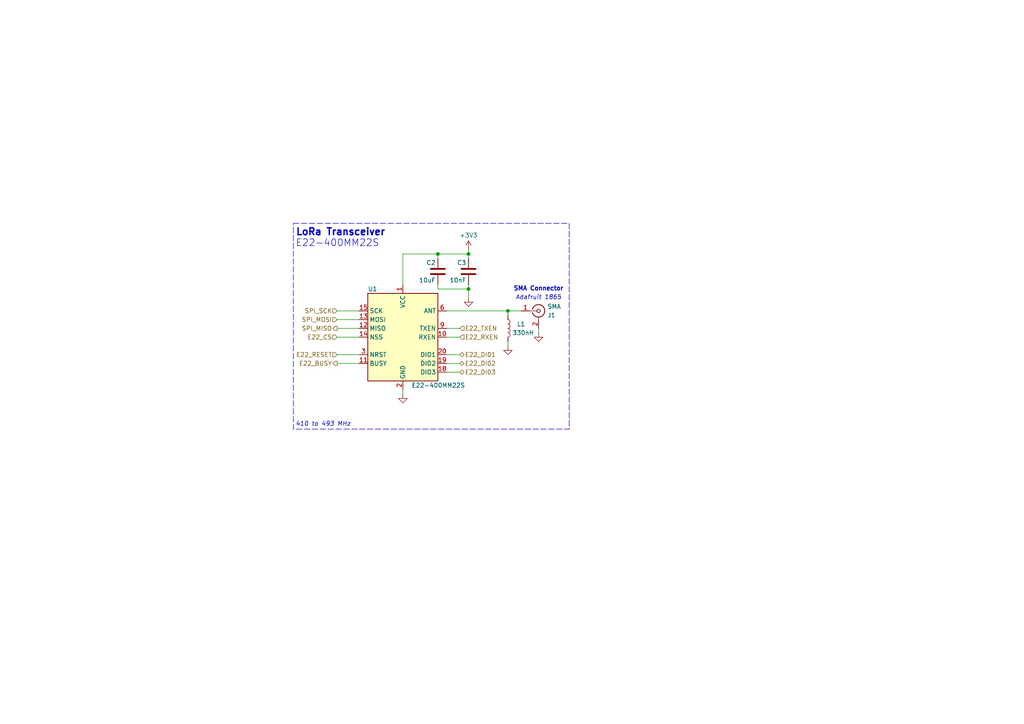
<source format=kicad_sch>
(kicad_sch
	(version 20231120)
	(generator "eeschema")
	(generator_version "8.0")
	(uuid "cc907e84-022a-4c68-be0e-5f2ad1bbe825")
	(paper "A4")
	(lib_symbols
		(symbol "Connector:Conn_Coaxial"
			(pin_names
				(offset 1.016) hide)
			(exclude_from_sim no)
			(in_bom yes)
			(on_board yes)
			(property "Reference" "J"
				(at 0.254 3.048 0)
				(effects
					(font
						(size 1.27 1.27)
					)
				)
			)
			(property "Value" "Conn_Coaxial"
				(at 2.921 0 90)
				(effects
					(font
						(size 1.27 1.27)
					)
				)
			)
			(property "Footprint" ""
				(at 0 0 0)
				(effects
					(font
						(size 1.27 1.27)
					)
					(hide yes)
				)
			)
			(property "Datasheet" " ~"
				(at 0 0 0)
				(effects
					(font
						(size 1.27 1.27)
					)
					(hide yes)
				)
			)
			(property "Description" "coaxial connector (BNC, SMA, SMB, SMC, Cinch/RCA, LEMO, ...)"
				(at 0 0 0)
				(effects
					(font
						(size 1.27 1.27)
					)
					(hide yes)
				)
			)
			(property "ki_keywords" "BNC SMA SMB SMC LEMO coaxial connector CINCH RCA"
				(at 0 0 0)
				(effects
					(font
						(size 1.27 1.27)
					)
					(hide yes)
				)
			)
			(property "ki_fp_filters" "*BNC* *SMA* *SMB* *SMC* *Cinch* *LEMO*"
				(at 0 0 0)
				(effects
					(font
						(size 1.27 1.27)
					)
					(hide yes)
				)
			)
			(symbol "Conn_Coaxial_0_1"
				(arc
					(start -1.778 -0.508)
					(mid 0.2311 -1.8066)
					(end 1.778 0)
					(stroke
						(width 0.254)
						(type default)
					)
					(fill
						(type none)
					)
				)
				(polyline
					(pts
						(xy -2.54 0) (xy -0.508 0)
					)
					(stroke
						(width 0)
						(type default)
					)
					(fill
						(type none)
					)
				)
				(polyline
					(pts
						(xy 0 -2.54) (xy 0 -1.778)
					)
					(stroke
						(width 0)
						(type default)
					)
					(fill
						(type none)
					)
				)
				(circle
					(center 0 0)
					(radius 0.508)
					(stroke
						(width 0.2032)
						(type default)
					)
					(fill
						(type none)
					)
				)
				(arc
					(start 1.778 0)
					(mid 0.2099 1.8101)
					(end -1.778 0.508)
					(stroke
						(width 0.254)
						(type default)
					)
					(fill
						(type none)
					)
				)
			)
			(symbol "Conn_Coaxial_1_1"
				(pin passive line
					(at -5.08 0 0)
					(length 2.54)
					(name "In"
						(effects
							(font
								(size 1.27 1.27)
							)
						)
					)
					(number "1"
						(effects
							(font
								(size 1.27 1.27)
							)
						)
					)
				)
				(pin passive line
					(at 0 -5.08 90)
					(length 2.54)
					(name "Ext"
						(effects
							(font
								(size 1.27 1.27)
							)
						)
					)
					(number "2"
						(effects
							(font
								(size 1.27 1.27)
							)
						)
					)
				)
			)
		)
		(symbol "D24V50F5:C"
			(pin_numbers hide)
			(pin_names
				(offset 0.254)
			)
			(exclude_from_sim no)
			(in_bom yes)
			(on_board yes)
			(property "Reference" "C"
				(at 0.635 2.54 0)
				(effects
					(font
						(size 1.27 1.27)
					)
					(justify left)
				)
			)
			(property "Value" "C"
				(at 0.635 -2.54 0)
				(effects
					(font
						(size 1.27 1.27)
					)
					(justify left)
				)
			)
			(property "Footprint" ""
				(at 0.9652 -3.81 0)
				(effects
					(font
						(size 1.27 1.27)
					)
					(hide yes)
				)
			)
			(property "Datasheet" "~"
				(at 0 0 0)
				(effects
					(font
						(size 1.27 1.27)
					)
					(hide yes)
				)
			)
			(property "Description" "Unpolarized capacitor"
				(at 0 0 0)
				(effects
					(font
						(size 1.27 1.27)
					)
					(hide yes)
				)
			)
			(property "ki_keywords" "cap capacitor"
				(at 0 0 0)
				(effects
					(font
						(size 1.27 1.27)
					)
					(hide yes)
				)
			)
			(property "ki_fp_filters" "C_*"
				(at 0 0 0)
				(effects
					(font
						(size 1.27 1.27)
					)
					(hide yes)
				)
			)
			(symbol "C_0_1"
				(polyline
					(pts
						(xy -2.032 -0.762) (xy 2.032 -0.762)
					)
					(stroke
						(width 0.508)
						(type default)
					)
					(fill
						(type none)
					)
				)
				(polyline
					(pts
						(xy -2.032 0.762) (xy 2.032 0.762)
					)
					(stroke
						(width 0.508)
						(type default)
					)
					(fill
						(type none)
					)
				)
			)
			(symbol "C_1_1"
				(pin passive line
					(at 0 3.81 270)
					(length 2.794)
					(name "~"
						(effects
							(font
								(size 1.27 1.27)
							)
						)
					)
					(number "1"
						(effects
							(font
								(size 1.27 1.27)
							)
						)
					)
				)
				(pin passive line
					(at 0 -3.81 90)
					(length 2.794)
					(name "~"
						(effects
							(font
								(size 1.27 1.27)
							)
						)
					)
					(number "2"
						(effects
							(font
								(size 1.27 1.27)
							)
						)
					)
				)
			)
		)
		(symbol "Device:L"
			(pin_numbers hide)
			(pin_names
				(offset 1.016) hide)
			(exclude_from_sim no)
			(in_bom yes)
			(on_board yes)
			(property "Reference" "L"
				(at -1.27 0 90)
				(effects
					(font
						(size 1.27 1.27)
					)
				)
			)
			(property "Value" "L"
				(at 1.905 0 90)
				(effects
					(font
						(size 1.27 1.27)
					)
				)
			)
			(property "Footprint" ""
				(at 0 0 0)
				(effects
					(font
						(size 1.27 1.27)
					)
					(hide yes)
				)
			)
			(property "Datasheet" "~"
				(at 0 0 0)
				(effects
					(font
						(size 1.27 1.27)
					)
					(hide yes)
				)
			)
			(property "Description" "Inductor"
				(at 0 0 0)
				(effects
					(font
						(size 1.27 1.27)
					)
					(hide yes)
				)
			)
			(property "ki_keywords" "inductor choke coil reactor magnetic"
				(at 0 0 0)
				(effects
					(font
						(size 1.27 1.27)
					)
					(hide yes)
				)
			)
			(property "ki_fp_filters" "Choke_* *Coil* Inductor_* L_*"
				(at 0 0 0)
				(effects
					(font
						(size 1.27 1.27)
					)
					(hide yes)
				)
			)
			(symbol "L_0_1"
				(arc
					(start 0 -2.54)
					(mid 0.6323 -1.905)
					(end 0 -1.27)
					(stroke
						(width 0)
						(type default)
					)
					(fill
						(type none)
					)
				)
				(arc
					(start 0 -1.27)
					(mid 0.6323 -0.635)
					(end 0 0)
					(stroke
						(width 0)
						(type default)
					)
					(fill
						(type none)
					)
				)
				(arc
					(start 0 0)
					(mid 0.6323 0.635)
					(end 0 1.27)
					(stroke
						(width 0)
						(type default)
					)
					(fill
						(type none)
					)
				)
				(arc
					(start 0 1.27)
					(mid 0.6323 1.905)
					(end 0 2.54)
					(stroke
						(width 0)
						(type default)
					)
					(fill
						(type none)
					)
				)
			)
			(symbol "L_1_1"
				(pin passive line
					(at 0 3.81 270)
					(length 1.27)
					(name "1"
						(effects
							(font
								(size 1.27 1.27)
							)
						)
					)
					(number "1"
						(effects
							(font
								(size 1.27 1.27)
							)
						)
					)
				)
				(pin passive line
					(at 0 -3.81 90)
					(length 1.27)
					(name "2"
						(effects
							(font
								(size 1.27 1.27)
							)
						)
					)
					(number "2"
						(effects
							(font
								(size 1.27 1.27)
							)
						)
					)
				)
			)
		)
		(symbol "RF_Module_Ebyte:E22-400MM22S"
			(exclude_from_sim no)
			(in_bom yes)
			(on_board yes)
			(property "Reference" "U"
				(at -8.89 13.97 0)
				(effects
					(font
						(size 1.27 1.27)
					)
				)
			)
			(property "Value" "E22-400MM22S"
				(at 8.89 -13.97 0)
				(effects
					(font
						(size 1.27 1.27)
					)
				)
			)
			(property "Footprint" "RF_Module_Ebyte:E22-400MM22S"
				(at 0 -30.48 0)
				(effects
					(font
						(size 1.27 1.27)
						(italic yes)
					)
					(hide yes)
				)
			)
			(property "Datasheet" "https://www.cdebyte.com/products/E22-400MM22S/"
				(at 0 -33.02 0)
				(effects
					(font
						(size 1.27 1.27)
						(italic yes)
					)
					(hide yes)
				)
			)
			(property "Description" "433/470MHz, LoRa Module, SX1268"
				(at 0 -35.56 0)
				(effects
					(font
						(size 1.27 1.27)
					)
					(hide yes)
				)
			)
			(property "ki_keywords" "E22-400MM22S 433/470MHz LoRa Module SX1268"
				(at 0 0 0)
				(effects
					(font
						(size 1.27 1.27)
					)
					(hide yes)
				)
			)
			(property "ki_fp_filters" "MOD20_E22-400MM22S_CGD MOD20_E22-400MM22S_CGD-M MOD20_E22-400MM22S_CGD-L"
				(at 0 0 0)
				(effects
					(font
						(size 1.27 1.27)
					)
					(hide yes)
				)
			)
			(symbol "E22-400MM22S_1_1"
				(rectangle
					(start -10.16 12.7)
					(end 10.16 -12.7)
					(stroke
						(width 0.254)
						(type default)
					)
					(fill
						(type background)
					)
				)
				(pin power_in line
					(at 0 15.24 270)
					(length 2.54)
					(name "VCC"
						(effects
							(font
								(size 1.27 1.27)
							)
						)
					)
					(number "1"
						(effects
							(font
								(size 1.27 1.27)
							)
						)
					)
				)
				(pin input line
					(at 12.7 0 180)
					(length 2.54)
					(name "RXEN"
						(effects
							(font
								(size 1.27 1.27)
							)
						)
					)
					(number "10"
						(effects
							(font
								(size 1.27 1.27)
							)
						)
					)
				)
				(pin output line
					(at -12.7 -7.62 0)
					(length 2.54)
					(name "BUSY"
						(effects
							(font
								(size 1.27 1.27)
							)
						)
					)
					(number "11"
						(effects
							(font
								(size 1.27 1.27)
							)
						)
					)
				)
				(pin output line
					(at -12.7 2.54 0)
					(length 2.54)
					(name "MISO"
						(effects
							(font
								(size 1.27 1.27)
							)
						)
					)
					(number "12"
						(effects
							(font
								(size 1.27 1.27)
							)
						)
					)
				)
				(pin input line
					(at -12.7 5.08 0)
					(length 2.54)
					(name "MOSI"
						(effects
							(font
								(size 1.27 1.27)
							)
						)
					)
					(number "13"
						(effects
							(font
								(size 1.27 1.27)
							)
						)
					)
				)
				(pin input line
					(at -12.7 0 0)
					(length 2.54)
					(name "NSS"
						(effects
							(font
								(size 1.27 1.27)
							)
						)
					)
					(number "14"
						(effects
							(font
								(size 1.27 1.27)
							)
						)
					)
				)
				(pin input line
					(at -12.7 7.62 0)
					(length 2.54)
					(name "SCK"
						(effects
							(font
								(size 1.27 1.27)
							)
						)
					)
					(number "15"
						(effects
							(font
								(size 1.27 1.27)
							)
						)
					)
				)
				(pin passive line
					(at 0 -15.24 90)
					(length 2.54) hide
					(name "GND"
						(effects
							(font
								(size 1.27 1.27)
							)
						)
					)
					(number "16"
						(effects
							(font
								(size 1.27 1.27)
							)
						)
					)
				)
				(pin no_connect line
					(at -10.16 -10.16 0)
					(length 2.54) hide
					(name "NC"
						(effects
							(font
								(size 1.27 1.27)
							)
						)
					)
					(number "17"
						(effects
							(font
								(size 1.27 1.27)
							)
						)
					)
				)
				(pin bidirectional line
					(at 12.7 -10.16 180)
					(length 2.54)
					(name "DIO3"
						(effects
							(font
								(size 1.27 1.27)
							)
						)
					)
					(number "18"
						(effects
							(font
								(size 1.27 1.27)
							)
						)
					)
				)
				(pin bidirectional line
					(at 12.7 -7.62 180)
					(length 2.54)
					(name "DIO2"
						(effects
							(font
								(size 1.27 1.27)
							)
						)
					)
					(number "19"
						(effects
							(font
								(size 1.27 1.27)
							)
						)
					)
				)
				(pin power_in line
					(at 0 -15.24 90)
					(length 2.54)
					(name "GND"
						(effects
							(font
								(size 1.27 1.27)
							)
						)
					)
					(number "2"
						(effects
							(font
								(size 1.27 1.27)
							)
						)
					)
				)
				(pin bidirectional line
					(at 12.7 -5.08 180)
					(length 2.54)
					(name "DIO1"
						(effects
							(font
								(size 1.27 1.27)
							)
						)
					)
					(number "20"
						(effects
							(font
								(size 1.27 1.27)
							)
						)
					)
				)
				(pin input line
					(at -12.7 -5.08 0)
					(length 2.54)
					(name "NRST"
						(effects
							(font
								(size 1.27 1.27)
							)
						)
					)
					(number "3"
						(effects
							(font
								(size 1.27 1.27)
							)
						)
					)
				)
				(pin no_connect line
					(at -10.16 -10.16 0)
					(length 2.54) hide
					(name "NC"
						(effects
							(font
								(size 1.27 1.27)
							)
						)
					)
					(number "4"
						(effects
							(font
								(size 1.27 1.27)
							)
						)
					)
				)
				(pin no_connect line
					(at -10.16 -10.16 0)
					(length 2.54) hide
					(name "NC"
						(effects
							(font
								(size 1.27 1.27)
							)
						)
					)
					(number "5"
						(effects
							(font
								(size 1.27 1.27)
							)
						)
					)
				)
				(pin unspecified line
					(at 12.7 7.62 180)
					(length 2.54)
					(name "ANT"
						(effects
							(font
								(size 1.27 1.27)
							)
						)
					)
					(number "6"
						(effects
							(font
								(size 1.27 1.27)
							)
						)
					)
				)
				(pin passive line
					(at 0 -15.24 90)
					(length 2.54) hide
					(name "GND"
						(effects
							(font
								(size 1.27 1.27)
							)
						)
					)
					(number "7"
						(effects
							(font
								(size 1.27 1.27)
							)
						)
					)
				)
				(pin no_connect line
					(at -10.16 -10.16 0)
					(length 2.54) hide
					(name "NC"
						(effects
							(font
								(size 1.27 1.27)
							)
						)
					)
					(number "8"
						(effects
							(font
								(size 1.27 1.27)
							)
						)
					)
				)
				(pin input line
					(at 12.7 2.54 180)
					(length 2.54)
					(name "TXEN"
						(effects
							(font
								(size 1.27 1.27)
							)
						)
					)
					(number "9"
						(effects
							(font
								(size 1.27 1.27)
							)
						)
					)
				)
			)
		)
		(symbol "power:+3V3"
			(power)
			(pin_names
				(offset 0)
			)
			(exclude_from_sim no)
			(in_bom yes)
			(on_board yes)
			(property "Reference" "#PWR"
				(at 0 -3.81 0)
				(effects
					(font
						(size 1.27 1.27)
					)
					(hide yes)
				)
			)
			(property "Value" "+3V3"
				(at 0 3.556 0)
				(effects
					(font
						(size 1.27 1.27)
					)
				)
			)
			(property "Footprint" ""
				(at 0 0 0)
				(effects
					(font
						(size 1.27 1.27)
					)
					(hide yes)
				)
			)
			(property "Datasheet" ""
				(at 0 0 0)
				(effects
					(font
						(size 1.27 1.27)
					)
					(hide yes)
				)
			)
			(property "Description" "Power symbol creates a global label with name \"+3V3\""
				(at 0 0 0)
				(effects
					(font
						(size 1.27 1.27)
					)
					(hide yes)
				)
			)
			(property "ki_keywords" "global power"
				(at 0 0 0)
				(effects
					(font
						(size 1.27 1.27)
					)
					(hide yes)
				)
			)
			(symbol "+3V3_0_1"
				(polyline
					(pts
						(xy -0.762 1.27) (xy 0 2.54)
					)
					(stroke
						(width 0)
						(type default)
					)
					(fill
						(type none)
					)
				)
				(polyline
					(pts
						(xy 0 0) (xy 0 2.54)
					)
					(stroke
						(width 0)
						(type default)
					)
					(fill
						(type none)
					)
				)
				(polyline
					(pts
						(xy 0 2.54) (xy 0.762 1.27)
					)
					(stroke
						(width 0)
						(type default)
					)
					(fill
						(type none)
					)
				)
			)
			(symbol "+3V3_1_1"
				(pin power_in line
					(at 0 0 90)
					(length 0) hide
					(name "+3V3"
						(effects
							(font
								(size 1.27 1.27)
							)
						)
					)
					(number "1"
						(effects
							(font
								(size 1.27 1.27)
							)
						)
					)
				)
			)
		)
		(symbol "power:GND"
			(power)
			(pin_names
				(offset 0)
			)
			(exclude_from_sim no)
			(in_bom yes)
			(on_board yes)
			(property "Reference" "#PWR"
				(at 0 -6.35 0)
				(effects
					(font
						(size 1.27 1.27)
					)
					(hide yes)
				)
			)
			(property "Value" "GND"
				(at 0 -3.81 0)
				(effects
					(font
						(size 1.27 1.27)
					)
				)
			)
			(property "Footprint" ""
				(at 0 0 0)
				(effects
					(font
						(size 1.27 1.27)
					)
					(hide yes)
				)
			)
			(property "Datasheet" ""
				(at 0 0 0)
				(effects
					(font
						(size 1.27 1.27)
					)
					(hide yes)
				)
			)
			(property "Description" "Power symbol creates a global label with name \"GND\" , ground"
				(at 0 0 0)
				(effects
					(font
						(size 1.27 1.27)
					)
					(hide yes)
				)
			)
			(property "ki_keywords" "global power"
				(at 0 0 0)
				(effects
					(font
						(size 1.27 1.27)
					)
					(hide yes)
				)
			)
			(symbol "GND_0_1"
				(polyline
					(pts
						(xy 0 0) (xy 0 -1.27) (xy 1.27 -1.27) (xy 0 -2.54) (xy -1.27 -1.27) (xy 0 -1.27)
					)
					(stroke
						(width 0)
						(type default)
					)
					(fill
						(type none)
					)
				)
			)
			(symbol "GND_1_1"
				(pin power_in line
					(at 0 0 270)
					(length 0) hide
					(name "GND"
						(effects
							(font
								(size 1.27 1.27)
							)
						)
					)
					(number "1"
						(effects
							(font
								(size 1.27 1.27)
							)
						)
					)
				)
			)
		)
	)
	(junction
		(at 135.89 83.82)
		(diameter 0)
		(color 0 0 0 0)
		(uuid "88bf0653-d4e8-49b2-8a58-cdf2781746f2")
	)
	(junction
		(at 135.89 73.66)
		(diameter 0)
		(color 0 0 0 0)
		(uuid "a3e29779-27e0-418e-8fb3-9a93c7f2b89b")
	)
	(junction
		(at 147.32 90.17)
		(diameter 0)
		(color 0 0 0 0)
		(uuid "b6c70481-1b30-4774-a5f7-fc34aa7a24b0")
	)
	(junction
		(at 127 73.66)
		(diameter 0)
		(color 0 0 0 0)
		(uuid "d98f7e6d-8f0e-448b-9fca-d769fa9af61a")
	)
	(wire
		(pts
			(xy 97.79 95.25) (xy 104.14 95.25)
		)
		(stroke
			(width 0)
			(type default)
		)
		(uuid "027d2180-5ad6-427b-835c-58ca20996597")
	)
	(wire
		(pts
			(xy 156.21 95.25) (xy 156.21 96.52)
		)
		(stroke
			(width 0)
			(type default)
		)
		(uuid "09bc6225-b799-4374-8f14-44b0fcd78d49")
	)
	(wire
		(pts
			(xy 129.54 90.17) (xy 147.32 90.17)
		)
		(stroke
			(width 0)
			(type default)
		)
		(uuid "0e4d10c2-7989-49e7-aa32-5069f2cba6cf")
	)
	(wire
		(pts
			(xy 147.32 99.06) (xy 147.32 100.33)
		)
		(stroke
			(width 0)
			(type default)
		)
		(uuid "11ad045b-e4e7-416e-999d-c55bfe2bdf10")
	)
	(wire
		(pts
			(xy 151.13 90.17) (xy 147.32 90.17)
		)
		(stroke
			(width 0)
			(type default)
		)
		(uuid "15a4f9d7-42df-4eb5-bf06-96973ce896d4")
	)
	(wire
		(pts
			(xy 133.35 107.95) (xy 129.54 107.95)
		)
		(stroke
			(width 0)
			(type default)
		)
		(uuid "1c13e323-bc09-41a4-bd6b-1bf30258f0d2")
	)
	(wire
		(pts
			(xy 97.79 90.17) (xy 104.14 90.17)
		)
		(stroke
			(width 0)
			(type default)
		)
		(uuid "286542b3-9269-4c11-aaf2-31f4fcf03eda")
	)
	(wire
		(pts
			(xy 135.89 83.82) (xy 127 83.82)
		)
		(stroke
			(width 0)
			(type default)
		)
		(uuid "34540c2e-63ba-436c-9e5f-f0f6d79c7ccf")
	)
	(wire
		(pts
			(xy 116.84 113.03) (xy 116.84 114.3)
		)
		(stroke
			(width 0)
			(type default)
		)
		(uuid "5084c8ff-ce0d-4c1f-9cc6-de483ed51a42")
	)
	(wire
		(pts
			(xy 97.79 102.87) (xy 104.14 102.87)
		)
		(stroke
			(width 0)
			(type default)
		)
		(uuid "558f773f-2524-4252-b863-7a43d28297fe")
	)
	(wire
		(pts
			(xy 133.35 102.87) (xy 129.54 102.87)
		)
		(stroke
			(width 0)
			(type default)
		)
		(uuid "6af3a6a2-71ad-4bd7-8a6a-f922564a6449")
	)
	(wire
		(pts
			(xy 116.84 73.66) (xy 116.84 82.55)
		)
		(stroke
			(width 0)
			(type default)
		)
		(uuid "6b13ab01-ff35-41f1-bb78-ee5cebbbb656")
	)
	(wire
		(pts
			(xy 135.89 73.66) (xy 127 73.66)
		)
		(stroke
			(width 0)
			(type default)
		)
		(uuid "72581b8c-0d1e-4a23-a0fb-153506f86253")
	)
	(wire
		(pts
			(xy 135.89 73.66) (xy 135.89 74.93)
		)
		(stroke
			(width 0)
			(type default)
		)
		(uuid "76bebdcd-e8ed-41f7-8291-4bf71f65204b")
	)
	(wire
		(pts
			(xy 127 73.66) (xy 116.84 73.66)
		)
		(stroke
			(width 0)
			(type default)
		)
		(uuid "83b88417-fcb5-423f-a579-cdd9e99a4eba")
	)
	(wire
		(pts
			(xy 97.79 92.71) (xy 104.14 92.71)
		)
		(stroke
			(width 0)
			(type default)
		)
		(uuid "945e6e52-8604-4147-b29a-c91a40825b4f")
	)
	(wire
		(pts
			(xy 135.89 82.55) (xy 135.89 83.82)
		)
		(stroke
			(width 0)
			(type default)
		)
		(uuid "965f3a34-f043-450c-bb20-35f76e587323")
	)
	(wire
		(pts
			(xy 135.89 72.39) (xy 135.89 73.66)
		)
		(stroke
			(width 0)
			(type default)
		)
		(uuid "a1ebf290-0964-494c-960c-61b3d4b05b4f")
	)
	(wire
		(pts
			(xy 97.79 105.41) (xy 104.14 105.41)
		)
		(stroke
			(width 0)
			(type default)
		)
		(uuid "a775f7ec-2e6f-4d04-80a4-e71b5a138406")
	)
	(wire
		(pts
			(xy 135.89 83.82) (xy 135.89 86.36)
		)
		(stroke
			(width 0)
			(type default)
		)
		(uuid "a9e1c4a6-790b-49e3-bfe5-a862da615332")
	)
	(wire
		(pts
			(xy 97.79 97.79) (xy 104.14 97.79)
		)
		(stroke
			(width 0)
			(type default)
		)
		(uuid "aaccc33f-3779-4d7c-8238-5984bebbc058")
	)
	(wire
		(pts
			(xy 129.54 95.25) (xy 133.35 95.25)
		)
		(stroke
			(width 0)
			(type default)
		)
		(uuid "c1e530cd-a62f-4885-a7eb-b9216997bb44")
	)
	(wire
		(pts
			(xy 127 73.66) (xy 127 74.93)
		)
		(stroke
			(width 0)
			(type default)
		)
		(uuid "cdfeba83-bda7-481e-9561-07ef4bd5f8e2")
	)
	(wire
		(pts
			(xy 127 83.82) (xy 127 82.55)
		)
		(stroke
			(width 0)
			(type default)
		)
		(uuid "d5ef7962-5e1b-48ec-83a7-8710bc53e559")
	)
	(wire
		(pts
			(xy 129.54 97.79) (xy 133.35 97.79)
		)
		(stroke
			(width 0)
			(type default)
		)
		(uuid "ed3c27c5-eb93-4b8b-a0b4-422a5f80fa75")
	)
	(wire
		(pts
			(xy 147.32 90.17) (xy 147.32 91.44)
		)
		(stroke
			(width 0)
			(type default)
		)
		(uuid "f130f001-7590-4e98-9e42-3c018f03943b")
	)
	(wire
		(pts
			(xy 129.54 105.41) (xy 133.35 105.41)
		)
		(stroke
			(width 0)
			(type default)
		)
		(uuid "fd27a3d1-9c33-4249-9b1e-ef83ad001236")
	)
	(rectangle
		(start 85.09 64.77)
		(end 165.1 124.46)
		(stroke
			(width 0)
			(type dash)
		)
		(fill
			(type none)
		)
		(uuid 2c53cd58-43d0-414d-b002-8ec44f9e23a2)
	)
	(text "SMA Connector"
		(exclude_from_sim no)
		(at 156.21 83.82 0)
		(effects
			(font
				(size 1.27 1.27)
				(thickness 0.254)
				(bold yes)
			)
		)
		(uuid "5882d9e6-8e51-4d75-abfc-901a9a3a9d46")
	)
	(text "LoRa Transceiver"
		(exclude_from_sim no)
		(at 85.725 68.58 0)
		(effects
			(font
				(size 2 2)
				(bold yes)
			)
			(justify left bottom)
		)
		(uuid "88e835fa-bfae-43d8-a6ba-3537d9ae9005")
	)
	(text "E22-400MM22S"
		(exclude_from_sim no)
		(at 85.725 71.755 0)
		(effects
			(font
				(size 2 2)
			)
			(justify left bottom)
		)
		(uuid "8ce5d618-c818-481c-be5f-a372a29301ad")
	)
	(text "410 to 493 MHz"
		(exclude_from_sim no)
		(at 85.725 123.825 0)
		(effects
			(font
				(size 1.27 1.27)
				(italic yes)
			)
			(justify left bottom)
		)
		(uuid "bebddb29-28bf-44b6-848a-3e246c05914f")
	)
	(text "Adafruit 1865"
		(exclude_from_sim no)
		(at 156.21 86.36 0)
		(effects
			(font
				(size 1.27 1.27)
				(italic yes)
			)
		)
		(uuid "f73f57b8-e001-4871-b4a2-8897e535dc04")
	)
	(hierarchical_label "E22_DI03"
		(shape bidirectional)
		(at 133.35 107.95 0)
		(fields_autoplaced yes)
		(effects
			(font
				(size 1.27 1.27)
			)
			(justify left)
		)
		(uuid "04cf6c38-0025-4e53-8e2f-0e3a9e1062b9")
	)
	(hierarchical_label "SPI_SCK"
		(shape input)
		(at 97.79 90.17 180)
		(fields_autoplaced yes)
		(effects
			(font
				(size 1.27 1.27)
			)
			(justify right)
		)
		(uuid "0a500789-e3cb-4d1d-9bb2-26ff74198577")
	)
	(hierarchical_label "SPI_MISO"
		(shape output)
		(at 97.79 95.25 180)
		(fields_autoplaced yes)
		(effects
			(font
				(size 1.27 1.27)
			)
			(justify right)
		)
		(uuid "105c969f-7705-4b79-9b05-2bd28142faeb")
	)
	(hierarchical_label "E22_DI01"
		(shape bidirectional)
		(at 133.35 102.87 0)
		(fields_autoplaced yes)
		(effects
			(font
				(size 1.27 1.27)
			)
			(justify left)
		)
		(uuid "26bf680b-ce3c-4e42-82a9-3f44ef8a2a9f")
	)
	(hierarchical_label "E22_TXEN"
		(shape input)
		(at 133.35 95.25 0)
		(fields_autoplaced yes)
		(effects
			(font
				(size 1.27 1.27)
			)
			(justify left)
		)
		(uuid "336962da-5daf-4902-a7c3-40a00e461fb6")
	)
	(hierarchical_label "SPI_MOSI"
		(shape input)
		(at 97.79 92.71 180)
		(fields_autoplaced yes)
		(effects
			(font
				(size 1.27 1.27)
			)
			(justify right)
		)
		(uuid "3e508e25-42fc-4420-b473-01e74a588fb2")
	)
	(hierarchical_label "E22_DI02"
		(shape bidirectional)
		(at 133.35 105.41 0)
		(fields_autoplaced yes)
		(effects
			(font
				(size 1.27 1.27)
			)
			(justify left)
		)
		(uuid "61952f21-6bb6-4dff-8685-ad347da8e249")
	)
	(hierarchical_label "E22_RXEN"
		(shape input)
		(at 133.35 97.79 0)
		(fields_autoplaced yes)
		(effects
			(font
				(size 1.27 1.27)
			)
			(justify left)
		)
		(uuid "961b8052-aa8f-4641-b165-c6e03cc5146b")
	)
	(hierarchical_label "E22_RESET"
		(shape input)
		(at 97.79 102.87 180)
		(fields_autoplaced yes)
		(effects
			(font
				(size 1.27 1.27)
			)
			(justify right)
		)
		(uuid "b1e3117e-3812-45ba-a6bb-c4b9991b9e1f")
	)
	(hierarchical_label "E22_BUSY"
		(shape output)
		(at 97.79 105.41 180)
		(fields_autoplaced yes)
		(effects
			(font
				(size 1.27 1.27)
			)
			(justify right)
		)
		(uuid "db02d319-63bb-4d6a-81b1-6899cc803c7d")
	)
	(hierarchical_label "E22_CS"
		(shape input)
		(at 97.79 97.79 180)
		(fields_autoplaced yes)
		(effects
			(font
				(size 1.27 1.27)
			)
			(justify right)
		)
		(uuid "f7b8489f-b517-486d-983a-fd82f21166f2")
	)
	(symbol
		(lib_id "power:GND")
		(at 147.32 100.33 0)
		(unit 1)
		(exclude_from_sim no)
		(in_bom yes)
		(on_board yes)
		(dnp no)
		(uuid "014ccdaa-5fc9-4889-acf5-140945b25d5a")
		(property "Reference" "#PWR05"
			(at 147.32 106.68 0)
			(effects
				(font
					(size 1.27 1.27)
				)
				(hide yes)
			)
		)
		(property "Value" "GND"
			(at 147.32 104.14 0)
			(effects
				(font
					(size 1.27 1.27)
				)
				(hide yes)
			)
		)
		(property "Footprint" ""
			(at 147.32 100.33 0)
			(effects
				(font
					(size 1.27 1.27)
				)
				(hide yes)
			)
		)
		(property "Datasheet" ""
			(at 147.32 100.33 0)
			(effects
				(font
					(size 1.27 1.27)
				)
				(hide yes)
			)
		)
		(property "Description" ""
			(at 147.32 100.33 0)
			(effects
				(font
					(size 1.27 1.27)
				)
				(hide yes)
			)
		)
		(pin "1"
			(uuid "9a2f2aac-cd95-4153-837b-5151fa82db2c")
		)
		(instances
			(project "Feather1268"
				(path "/69669038-9204-4ef2-bc4f-06a0bd7ceaf5/c4b9ad06-8aa7-42b3-999d-95d28ac6f28a"
					(reference "#PWR05")
					(unit 1)
				)
				(path "/69669038-9204-4ef2-bc4f-06a0bd7ceaf5/dfa90698-6691-403e-9cff-d50147e5a4e4"
					(reference "#PWR027")
					(unit 1)
				)
			)
		)
	)
	(symbol
		(lib_id "power:GND")
		(at 116.84 114.3 0)
		(unit 1)
		(exclude_from_sim no)
		(in_bom yes)
		(on_board yes)
		(dnp no)
		(uuid "806b4309-02a1-4241-aae8-1bf02e60c4bb")
		(property "Reference" "#PWR02"
			(at 116.84 120.65 0)
			(effects
				(font
					(size 1.27 1.27)
				)
				(hide yes)
			)
		)
		(property "Value" "GND"
			(at 116.84 118.11 0)
			(effects
				(font
					(size 1.27 1.27)
				)
				(hide yes)
			)
		)
		(property "Footprint" ""
			(at 116.84 114.3 0)
			(effects
				(font
					(size 1.27 1.27)
				)
				(hide yes)
			)
		)
		(property "Datasheet" ""
			(at 116.84 114.3 0)
			(effects
				(font
					(size 1.27 1.27)
				)
				(hide yes)
			)
		)
		(property "Description" ""
			(at 116.84 114.3 0)
			(effects
				(font
					(size 1.27 1.27)
				)
				(hide yes)
			)
		)
		(pin "1"
			(uuid "61513a30-070a-490a-9ef7-2c2bb26b60a9")
		)
		(instances
			(project "Feather1268"
				(path "/69669038-9204-4ef2-bc4f-06a0bd7ceaf5/c4b9ad06-8aa7-42b3-999d-95d28ac6f28a"
					(reference "#PWR02")
					(unit 1)
				)
				(path "/69669038-9204-4ef2-bc4f-06a0bd7ceaf5/dfa90698-6691-403e-9cff-d50147e5a4e4"
					(reference "#PWR01")
					(unit 1)
				)
			)
		)
	)
	(symbol
		(lib_id "D24V50F5:C")
		(at 135.89 78.74 0)
		(unit 1)
		(exclude_from_sim no)
		(in_bom yes)
		(on_board yes)
		(dnp no)
		(uuid "8c1b1d1a-2ec3-42e8-a1c4-8a6f27cec4b2")
		(property "Reference" "C3"
			(at 135.255 76.2 0)
			(effects
				(font
					(size 1.27 1.27)
				)
				(justify right)
			)
		)
		(property "Value" "10nF"
			(at 135.255 81.28 0)
			(effects
				(font
					(size 1.27 1.27)
				)
				(justify right)
			)
		)
		(property "Footprint" "Capacitor_SMD:C_0603_1608Metric"
			(at 136.8552 82.55 0)
			(effects
				(font
					(size 1.27 1.27)
				)
				(hide yes)
			)
		)
		(property "Datasheet" "~"
			(at 135.89 78.74 0)
			(effects
				(font
					(size 1.27 1.27)
				)
				(hide yes)
			)
		)
		(property "Description" ""
			(at 135.89 78.74 0)
			(effects
				(font
					(size 1.27 1.27)
				)
				(hide yes)
			)
		)
		(pin "1"
			(uuid "21c0ff70-41dd-488b-bebe-a886eb3d6f7c")
		)
		(pin "2"
			(uuid "f6f96509-6fcf-4955-8c7a-c43d4455ff3a")
		)
		(instances
			(project "Feather1268"
				(path "/69669038-9204-4ef2-bc4f-06a0bd7ceaf5/c4b9ad06-8aa7-42b3-999d-95d28ac6f28a"
					(reference "C3")
					(unit 1)
				)
				(path "/69669038-9204-4ef2-bc4f-06a0bd7ceaf5/dfa90698-6691-403e-9cff-d50147e5a4e4"
					(reference "C8")
					(unit 1)
				)
			)
		)
	)
	(symbol
		(lib_id "Device:L")
		(at 147.32 95.25 0)
		(unit 1)
		(exclude_from_sim no)
		(in_bom yes)
		(on_board yes)
		(dnp no)
		(uuid "9d2bccc6-5fd6-49b0-a645-b8038fbba71c")
		(property "Reference" "L1"
			(at 151.13 93.98 0)
			(effects
				(font
					(size 1.27 1.27)
				)
			)
		)
		(property "Value" "330nH"
			(at 148.59 96.52 0)
			(effects
				(font
					(size 1.27 1.27)
				)
				(justify left)
			)
		)
		(property "Footprint" "Inductor_SMD:L_0603_1608Metric"
			(at 147.32 95.25 0)
			(effects
				(font
					(size 1.27 1.27)
				)
				(hide yes)
			)
		)
		(property "Datasheet" "https://www.murata.com/en-us/products/productdetail?partno=LQW18CAR33J00%23"
			(at 147.32 95.25 0)
			(effects
				(font
					(size 1.27 1.27)
				)
				(hide yes)
			)
		)
		(property "Description" ""
			(at 147.32 95.25 0)
			(effects
				(font
					(size 1.27 1.27)
				)
				(hide yes)
			)
		)
		(pin "1"
			(uuid "adedaf7f-84f0-49c4-9af3-11e23aadb817")
		)
		(pin "2"
			(uuid "fb86cf8d-ad9f-41d9-9137-374053ad3883")
		)
		(instances
			(project "Feather1268"
				(path "/69669038-9204-4ef2-bc4f-06a0bd7ceaf5/c4b9ad06-8aa7-42b3-999d-95d28ac6f28a"
					(reference "L1")
					(unit 1)
				)
				(path "/69669038-9204-4ef2-bc4f-06a0bd7ceaf5/dfa90698-6691-403e-9cff-d50147e5a4e4"
					(reference "L2")
					(unit 1)
				)
			)
		)
	)
	(symbol
		(lib_id "Connector:Conn_Coaxial")
		(at 156.21 90.17 0)
		(unit 1)
		(exclude_from_sim no)
		(in_bom yes)
		(on_board yes)
		(dnp no)
		(uuid "a19264ba-cb10-457e-a0a7-eea3ce131d1a")
		(property "Reference" "J1"
			(at 158.75 91.44 0)
			(effects
				(font
					(size 1.27 1.27)
				)
				(justify left)
			)
		)
		(property "Value" "SMA"
			(at 158.75 88.9 0)
			(effects
				(font
					(size 1.27 1.27)
				)
				(justify left)
			)
		)
		(property "Footprint" "Connector_Coaxial:SMA_Molex_73251-2120_EdgeMount_Horizontal"
			(at 156.21 90.17 0)
			(effects
				(font
					(size 1.27 1.27)
				)
				(hide yes)
			)
		)
		(property "Datasheet" "https://www.adafruit.com/product/1865"
			(at 156.21 90.17 0)
			(effects
				(font
					(size 1.27 1.27)
				)
				(hide yes)
			)
		)
		(property "Description" ""
			(at 156.21 90.17 0)
			(effects
				(font
					(size 1.27 1.27)
				)
				(hide yes)
			)
		)
		(pin "1"
			(uuid "4aa57c09-0970-43ee-8030-d3e300b5076f")
		)
		(pin "2"
			(uuid "582e1170-d1cb-4161-8acc-ce1bb9da9eb1")
		)
		(instances
			(project "Feather1268"
				(path "/69669038-9204-4ef2-bc4f-06a0bd7ceaf5/c4b9ad06-8aa7-42b3-999d-95d28ac6f28a"
					(reference "J1")
					(unit 1)
				)
				(path "/69669038-9204-4ef2-bc4f-06a0bd7ceaf5/dfa90698-6691-403e-9cff-d50147e5a4e4"
					(reference "J3")
					(unit 1)
				)
			)
		)
	)
	(symbol
		(lib_id "power:GND")
		(at 156.21 96.52 0)
		(unit 1)
		(exclude_from_sim no)
		(in_bom yes)
		(on_board yes)
		(dnp no)
		(uuid "a7a90d88-bb45-440d-8f89-2a617e16d18b")
		(property "Reference" "#PWR06"
			(at 156.21 102.87 0)
			(effects
				(font
					(size 1.27 1.27)
				)
				(hide yes)
			)
		)
		(property "Value" "GND"
			(at 156.21 100.33 0)
			(effects
				(font
					(size 1.27 1.27)
				)
				(hide yes)
			)
		)
		(property "Footprint" ""
			(at 156.21 96.52 0)
			(effects
				(font
					(size 1.27 1.27)
				)
				(hide yes)
			)
		)
		(property "Datasheet" ""
			(at 156.21 96.52 0)
			(effects
				(font
					(size 1.27 1.27)
				)
				(hide yes)
			)
		)
		(property "Description" ""
			(at 156.21 96.52 0)
			(effects
				(font
					(size 1.27 1.27)
				)
				(hide yes)
			)
		)
		(pin "1"
			(uuid "31d60925-43a9-4a0f-8fee-95325f3fa484")
		)
		(instances
			(project "Feather1268"
				(path "/69669038-9204-4ef2-bc4f-06a0bd7ceaf5/c4b9ad06-8aa7-42b3-999d-95d28ac6f28a"
					(reference "#PWR06")
					(unit 1)
				)
				(path "/69669038-9204-4ef2-bc4f-06a0bd7ceaf5/dfa90698-6691-403e-9cff-d50147e5a4e4"
					(reference "#PWR028")
					(unit 1)
				)
			)
		)
	)
	(symbol
		(lib_id "D24V50F5:C")
		(at 127 78.74 0)
		(unit 1)
		(exclude_from_sim no)
		(in_bom yes)
		(on_board yes)
		(dnp no)
		(uuid "bc156216-469d-4d49-8e45-0c326f1c4405")
		(property "Reference" "C2"
			(at 126.365 76.2 0)
			(effects
				(font
					(size 1.27 1.27)
				)
				(justify right)
			)
		)
		(property "Value" "10uF"
			(at 126.365 81.28 0)
			(effects
				(font
					(size 1.27 1.27)
				)
				(justify right)
			)
		)
		(property "Footprint" "Capacitor_SMD:C_0603_1608Metric"
			(at 127.9652 82.55 0)
			(effects
				(font
					(size 1.27 1.27)
				)
				(hide yes)
			)
		)
		(property "Datasheet" "~"
			(at 127 78.74 0)
			(effects
				(font
					(size 1.27 1.27)
				)
				(hide yes)
			)
		)
		(property "Description" ""
			(at 127 78.74 0)
			(effects
				(font
					(size 1.27 1.27)
				)
				(hide yes)
			)
		)
		(pin "1"
			(uuid "e61ccb66-abff-431c-b7e5-84e8a4a25fdb")
		)
		(pin "2"
			(uuid "8eada5a5-9a2e-4884-9bcd-227e40802a16")
		)
		(instances
			(project "Feather1268"
				(path "/69669038-9204-4ef2-bc4f-06a0bd7ceaf5/c4b9ad06-8aa7-42b3-999d-95d28ac6f28a"
					(reference "C2")
					(unit 1)
				)
				(path "/69669038-9204-4ef2-bc4f-06a0bd7ceaf5/dfa90698-6691-403e-9cff-d50147e5a4e4"
					(reference "C1")
					(unit 1)
				)
			)
		)
	)
	(symbol
		(lib_id "power:GND")
		(at 135.89 86.36 0)
		(unit 1)
		(exclude_from_sim no)
		(in_bom yes)
		(on_board yes)
		(dnp no)
		(uuid "bd654e6d-3cec-44f0-b199-c837d064e4d0")
		(property "Reference" "#PWR04"
			(at 135.89 92.71 0)
			(effects
				(font
					(size 1.27 1.27)
				)
				(hide yes)
			)
		)
		(property "Value" "GND"
			(at 135.89 90.17 0)
			(effects
				(font
					(size 1.27 1.27)
				)
				(hide yes)
			)
		)
		(property "Footprint" ""
			(at 135.89 86.36 0)
			(effects
				(font
					(size 1.27 1.27)
				)
				(hide yes)
			)
		)
		(property "Datasheet" ""
			(at 135.89 86.36 0)
			(effects
				(font
					(size 1.27 1.27)
				)
				(hide yes)
			)
		)
		(property "Description" ""
			(at 135.89 86.36 0)
			(effects
				(font
					(size 1.27 1.27)
				)
				(hide yes)
			)
		)
		(pin "1"
			(uuid "89255162-e002-4471-ad42-d625c0c2b69b")
		)
		(instances
			(project "Feather1268"
				(path "/69669038-9204-4ef2-bc4f-06a0bd7ceaf5/c4b9ad06-8aa7-42b3-999d-95d28ac6f28a"
					(reference "#PWR04")
					(unit 1)
				)
				(path "/69669038-9204-4ef2-bc4f-06a0bd7ceaf5/dfa90698-6691-403e-9cff-d50147e5a4e4"
					(reference "#PWR026")
					(unit 1)
				)
			)
		)
	)
	(symbol
		(lib_id "power:+3V3")
		(at 135.89 72.39 0)
		(mirror y)
		(unit 1)
		(exclude_from_sim no)
		(in_bom yes)
		(on_board yes)
		(dnp no)
		(fields_autoplaced yes)
		(uuid "c232e2df-ecc6-4506-9d77-b4278b817ab5")
		(property "Reference" "#PWR03"
			(at 135.89 76.2 0)
			(effects
				(font
					(size 1.27 1.27)
				)
				(hide yes)
			)
		)
		(property "Value" "+3V3"
			(at 135.89 68.2569 0)
			(effects
				(font
					(size 1.27 1.27)
				)
			)
		)
		(property "Footprint" ""
			(at 135.89 72.39 0)
			(effects
				(font
					(size 1.27 1.27)
				)
				(hide yes)
			)
		)
		(property "Datasheet" ""
			(at 135.89 72.39 0)
			(effects
				(font
					(size 1.27 1.27)
				)
				(hide yes)
			)
		)
		(property "Description" ""
			(at 135.89 72.39 0)
			(effects
				(font
					(size 1.27 1.27)
				)
				(hide yes)
			)
		)
		(pin "1"
			(uuid "14390402-6a82-44ed-8ea6-4fc3274360cc")
		)
		(instances
			(project "Feather1268"
				(path "/69669038-9204-4ef2-bc4f-06a0bd7ceaf5/c4b9ad06-8aa7-42b3-999d-95d28ac6f28a"
					(reference "#PWR03")
					(unit 1)
				)
				(path "/69669038-9204-4ef2-bc4f-06a0bd7ceaf5/dfa90698-6691-403e-9cff-d50147e5a4e4"
					(reference "#PWR025")
					(unit 1)
				)
			)
		)
	)
	(symbol
		(lib_id "RF_Module_Ebyte:E22-400MM22S")
		(at 116.84 97.79 0)
		(unit 1)
		(exclude_from_sim no)
		(in_bom yes)
		(on_board yes)
		(dnp no)
		(uuid "e06640b7-ca38-4a8c-8ae0-f00c8dd8cb0e")
		(property "Reference" "U1"
			(at 106.68 83.82 0)
			(effects
				(font
					(size 1.27 1.27)
				)
				(justify left)
			)
		)
		(property "Value" "E22-400MM22S"
			(at 119.38 111.76 0)
			(effects
				(font
					(size 1.27 1.27)
				)
				(justify left)
			)
		)
		(property "Footprint" "RF_Module_Ebyte:E22-400MM22S"
			(at 116.84 128.27 0)
			(effects
				(font
					(size 1.27 1.27)
					(italic yes)
				)
				(hide yes)
			)
		)
		(property "Datasheet" "https://www.cdebyte.com/products/E22-400MM22S/"
			(at 116.84 130.81 0)
			(effects
				(font
					(size 1.27 1.27)
					(italic yes)
				)
				(hide yes)
			)
		)
		(property "Description" "433/470MHz, LoRa Module, SX1268"
			(at 116.84 133.35 0)
			(effects
				(font
					(size 1.27 1.27)
				)
				(hide yes)
			)
		)
		(pin "9"
			(uuid "51aa228f-6dee-47ff-a0ab-b995c0bd38f4")
		)
		(pin "17"
			(uuid "06598194-de93-4963-a399-ede63a4e4b90")
		)
		(pin "10"
			(uuid "32597400-0727-44b6-b2f9-f9a892b45ef4")
		)
		(pin "16"
			(uuid "d2531ff2-bbde-4f76-b68b-2a492b181fd3")
		)
		(pin "8"
			(uuid "ecec07d9-9e56-4ce8-858f-7c8eb5b12f51")
		)
		(pin "15"
			(uuid "6d55560f-5b3f-4f46-bfdc-04801afc1ec0")
		)
		(pin "4"
			(uuid "3649ffe3-bd28-4df6-9c95-2fcdb35ae156")
		)
		(pin "1"
			(uuid "98537ab6-0e06-47d7-935a-ab3031bf42a7")
		)
		(pin "14"
			(uuid "b5492dbf-7f9e-450d-a673-c65e20948432")
		)
		(pin "5"
			(uuid "196354df-08e4-485d-8250-7ad5fc894c54")
		)
		(pin "19"
			(uuid "53fcc8e4-ceda-4545-9092-5292b6313d3b")
		)
		(pin "2"
			(uuid "a78726d4-9655-4530-9408-78937b41e026")
		)
		(pin "7"
			(uuid "f7cf4f04-fc62-4970-8afc-93b616f08b56")
		)
		(pin "3"
			(uuid "59668e96-83e7-45af-9300-817df21384c2")
		)
		(pin "12"
			(uuid "8132cc9d-4411-4ab3-8f3a-787f0f3d503f")
		)
		(pin "20"
			(uuid "fb362630-1972-4103-b225-c8e0a13ec5c9")
		)
		(pin "13"
			(uuid "7c3e2842-30c7-4403-86d0-2127bc40394c")
		)
		(pin "6"
			(uuid "f83f64df-5f59-49e1-94a6-7aea12fc77d2")
		)
		(pin "11"
			(uuid "fe423230-28bb-48f1-b4f3-8aedf0e7f8e0")
		)
		(pin "18"
			(uuid "387fe1d8-3c50-4f40-b2f7-f0737599fe0f")
		)
		(instances
			(project "Feather1268"
				(path "/69669038-9204-4ef2-bc4f-06a0bd7ceaf5/c4b9ad06-8aa7-42b3-999d-95d28ac6f28a"
					(reference "U1")
					(unit 1)
				)
				(path "/69669038-9204-4ef2-bc4f-06a0bd7ceaf5/dfa90698-6691-403e-9cff-d50147e5a4e4"
					(reference "U4")
					(unit 1)
				)
			)
		)
	)
)

</source>
